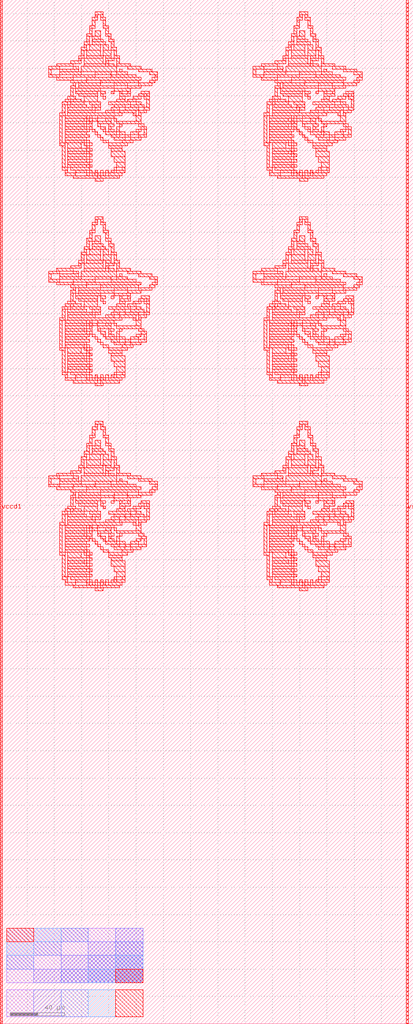
<source format=lef>
VERSION 5.7 ;
  NOWIREEXTENSIONATPIN ON ;
  DIVIDERCHAR "/" ;
  BUSBITCHARS "[]" ;
MACRO Art
  CLASS BLOCK ;
  FOREIGN Art ;
  ORIGIN -0.200 0.000 ;
  SIZE 302.920 BY 750.000 ;
  PIN vccd1
    DIRECTION INPUT ;
    USE POWER ;
    PORT
      LAYER met4 ;
        RECT 0.20000 0.00000 1.80000 750.00000 ;
    END
  END vccd1
  PIN vssd1
    DIRECTION INPUT ;
    USE GROUND ;
    PORT
      LAYER met4 ;
        RECT 298.20000 0.00000 299.80000 750.00000 ;
    END
  END vssd1
  OBS
      LAYER li1 ;
        RECT 5.000 30.000 105.000 70.000 ;
        RECT 5.000 5.000 25.000 25.000 ;
      LAYER met1 ;
        RECT 85.000 60.000 105.000 70.120 ;
        RECT 65.000 50.000 105.000 60.000 ;
        RECT 45.000 40.000 105.000 50.000 ;
        RECT 25.000 30.120 105.000 40.000 ;
        RECT 25.000 30.000 85.000 30.120 ;
        RECT 25.000 5.000 45.000 25.000 ;
      LAYER met2 ;
        RECT 45.000 60.000 65.000 70.000 ;
        RECT 25.000 50.000 45.000 60.000 ;
        RECT 85.000 50.000 105.000 60.000 ;
        RECT 5.000 40.000 25.000 50.000 ;
        RECT 65.000 40.000 105.000 50.000 ;
        RECT 45.000 30.000 105.000 40.000 ;
        RECT 45.000 5.000 65.000 25.000 ;
      LAYER met3 ;
        RECT 25.000 60.000 45.000 70.000 ;
        RECT 5.000 50.000 25.000 60.000 ;
        RECT 85.000 40.000 105.000 50.000 ;
        RECT 65.000 30.000 105.000 40.000 ;
        RECT 65.000 5.000 85.000 25.000 ;
      LAYER met4 ;
        RECT 0.200 0.000 1.800 750.000 ;
        RECT 69.830 739.290 75.830 741.290 ;
        RECT 69.830 737.290 71.830 739.290 ;
        RECT 67.830 735.290 71.830 737.290 ;
        RECT 73.830 737.290 75.830 739.290 ;
        RECT 219.830 739.290 225.830 741.290 ;
        RECT 219.830 737.290 221.830 739.290 ;
        RECT 73.830 735.290 77.830 737.290 ;
        RECT 67.830 731.290 69.830 735.290 ;
        RECT 65.830 729.290 69.830 731.290 ;
        RECT 75.830 731.290 77.830 735.290 ;
        RECT 217.830 735.290 221.830 737.290 ;
        RECT 223.830 737.290 225.830 739.290 ;
        RECT 223.830 735.290 227.830 737.290 ;
        RECT 217.830 731.290 219.830 735.290 ;
        RECT 75.830 729.290 79.830 731.290 ;
        RECT 65.830 725.290 67.830 729.290 ;
        RECT 63.830 723.290 67.830 725.290 ;
        RECT 69.830 723.290 73.830 727.290 ;
        RECT 77.830 725.290 79.830 729.290 ;
        RECT 215.830 729.290 219.830 731.290 ;
        RECT 225.830 731.290 227.830 735.290 ;
        RECT 225.830 729.290 229.830 731.290 ;
        RECT 215.830 725.290 217.830 729.290 ;
        RECT 77.830 723.290 81.830 725.290 ;
        RECT 63.830 719.290 65.830 723.290 ;
        RECT 61.830 717.290 65.830 719.290 ;
        RECT 67.830 721.290 73.830 723.290 ;
        RECT 79.830 721.290 81.830 723.290 ;
        RECT 213.830 723.290 217.830 725.290 ;
        RECT 219.830 723.290 223.830 727.290 ;
        RECT 227.830 725.290 229.830 729.290 ;
        RECT 227.830 723.290 231.830 725.290 ;
        RECT 67.830 719.290 75.830 721.290 ;
        RECT 79.830 719.290 83.830 721.290 ;
        RECT 213.830 719.290 215.830 723.290 ;
        RECT 67.830 717.290 77.830 719.290 ;
        RECT 61.830 715.290 63.830 717.290 ;
        RECT 59.830 713.290 63.830 715.290 ;
        RECT 65.830 713.290 73.830 717.290 ;
        RECT 59.830 709.290 61.830 713.290 ;
        RECT 57.830 707.290 61.830 709.290 ;
        RECT 63.830 709.290 73.830 713.290 ;
        RECT 75.830 713.290 79.830 717.290 ;
        RECT 81.830 715.290 83.830 719.290 ;
        RECT 211.830 717.290 215.830 719.290 ;
        RECT 217.830 721.290 223.830 723.290 ;
        RECT 229.830 721.290 231.830 723.290 ;
        RECT 217.830 719.290 225.830 721.290 ;
        RECT 229.830 719.290 233.830 721.290 ;
        RECT 217.830 717.290 227.830 719.290 ;
        RECT 211.830 715.290 213.830 717.290 ;
        RECT 81.830 713.290 85.830 715.290 ;
        RECT 75.830 709.290 81.830 713.290 ;
        RECT 63.830 707.290 75.830 709.290 ;
        RECT 57.830 705.290 59.830 707.290 ;
        RECT 51.830 703.290 59.830 705.290 ;
        RECT 61.830 703.290 75.830 707.290 ;
        RECT 77.830 707.290 81.830 709.290 ;
        RECT 83.830 709.290 85.830 713.290 ;
        RECT 209.830 713.290 213.830 715.290 ;
        RECT 215.830 713.290 223.830 717.290 ;
        RECT 209.830 709.290 211.830 713.290 ;
        RECT 83.830 707.290 87.830 709.290 ;
        RECT 77.830 705.290 83.830 707.290 ;
        RECT 77.830 703.290 79.830 705.290 ;
        RECT 85.830 703.290 87.830 707.290 ;
        RECT 207.830 707.290 211.830 709.290 ;
        RECT 213.830 709.290 223.830 713.290 ;
        RECT 225.830 713.290 229.830 717.290 ;
        RECT 231.830 715.290 233.830 719.290 ;
        RECT 231.830 713.290 235.830 715.290 ;
        RECT 225.830 709.290 231.830 713.290 ;
        RECT 213.830 707.290 225.830 709.290 ;
        RECT 207.830 705.290 209.830 707.290 ;
        RECT 201.830 703.290 209.830 705.290 ;
        RECT 211.830 703.290 225.830 707.290 ;
        RECT 227.830 707.290 231.830 709.290 ;
        RECT 233.830 709.290 235.830 713.290 ;
        RECT 233.830 707.290 237.830 709.290 ;
        RECT 227.830 705.290 233.830 707.290 ;
        RECT 227.830 703.290 229.830 705.290 ;
        RECT 235.830 703.290 237.830 707.290 ;
        RECT 41.830 701.290 53.830 703.290 ;
        RECT 61.830 701.290 77.830 703.290 ;
        RECT 79.830 701.290 83.830 703.290 ;
        RECT 85.830 701.290 95.830 703.290 ;
        RECT 191.830 701.290 203.830 703.290 ;
        RECT 211.830 701.290 227.830 703.290 ;
        RECT 229.830 701.290 233.830 703.290 ;
        RECT 235.830 701.290 245.830 703.290 ;
        RECT 35.830 699.290 43.830 701.290 ;
        RECT 53.830 699.290 57.830 701.290 ;
        RECT 35.830 695.290 37.830 699.290 ;
        RECT 43.830 697.290 57.830 699.290 ;
        RECT 59.830 697.290 85.830 701.290 ;
        RECT 93.830 699.290 103.830 701.290 ;
        RECT 185.830 699.290 193.830 701.290 ;
        RECT 203.830 699.290 207.830 701.290 ;
        RECT 87.830 697.290 89.830 699.290 ;
        RECT 101.830 697.290 111.830 699.290 ;
        RECT 43.830 695.290 59.830 697.290 ;
        RECT 69.830 695.290 81.830 697.290 ;
        RECT 85.830 695.290 93.830 697.290 ;
        RECT 109.830 695.290 115.830 697.290 ;
        RECT 35.830 693.290 43.830 695.290 ;
        RECT 53.830 693.290 69.830 695.290 ;
        RECT 81.830 693.290 99.830 695.290 ;
        RECT 113.830 693.290 115.830 695.290 ;
        RECT 185.830 695.290 187.830 699.290 ;
        RECT 193.830 697.290 207.830 699.290 ;
        RECT 209.830 697.290 235.830 701.290 ;
        RECT 243.830 699.290 253.830 701.290 ;
        RECT 237.830 697.290 239.830 699.290 ;
        RECT 251.830 697.290 261.830 699.290 ;
        RECT 193.830 695.290 209.830 697.290 ;
        RECT 219.830 695.290 231.830 697.290 ;
        RECT 235.830 695.290 243.830 697.290 ;
        RECT 259.830 695.290 265.830 697.290 ;
        RECT 185.830 693.290 193.830 695.290 ;
        RECT 203.830 693.290 219.830 695.290 ;
        RECT 231.830 693.290 249.830 695.290 ;
        RECT 263.830 693.290 265.830 695.290 ;
        RECT 41.830 691.290 53.830 693.290 ;
        RECT 63.830 691.290 103.830 693.290 ;
        RECT 111.830 691.290 115.830 693.290 ;
        RECT 191.830 691.290 203.830 693.290 ;
        RECT 213.830 691.290 253.830 693.290 ;
        RECT 261.830 691.290 265.830 693.290 ;
        RECT 51.830 689.290 63.830 691.290 ;
        RECT 73.830 689.290 101.830 691.290 ;
        RECT 109.830 689.290 113.830 691.290 ;
        RECT 201.830 689.290 213.830 691.290 ;
        RECT 223.830 689.290 251.830 691.290 ;
        RECT 259.830 689.290 263.830 691.290 ;
        RECT 53.830 687.290 55.830 689.290 ;
        RECT 51.830 685.290 55.830 687.290 ;
        RECT 57.830 687.290 73.830 689.290 ;
        RECT 83.830 687.290 93.830 689.290 ;
        RECT 101.830 687.290 111.830 689.290 ;
        RECT 203.830 687.290 205.830 689.290 ;
        RECT 57.830 685.290 83.830 687.290 ;
        RECT 93.830 685.290 103.830 687.290 ;
        RECT 201.830 685.290 205.830 687.290 ;
        RECT 207.830 687.290 223.830 689.290 ;
        RECT 233.830 687.290 243.830 689.290 ;
        RECT 251.830 687.290 261.830 689.290 ;
        RECT 207.830 685.290 233.830 687.290 ;
        RECT 243.830 685.290 253.830 687.290 ;
        RECT 51.830 679.290 53.830 685.290 ;
        RECT 55.830 683.290 73.830 685.290 ;
        RECT 83.830 683.290 95.830 685.290 ;
        RECT 55.830 681.290 71.830 683.290 ;
        RECT 57.830 679.290 71.830 681.290 ;
        RECT 73.830 681.290 77.830 683.290 ;
        RECT 81.830 681.290 83.830 683.290 ;
        RECT 87.830 681.290 89.830 683.290 ;
        RECT 93.830 681.290 95.830 683.290 ;
        RECT 103.830 681.290 109.830 683.290 ;
        RECT 73.830 679.290 75.830 681.290 ;
        RECT 87.830 679.290 95.830 681.290 ;
        RECT 101.830 679.290 105.830 681.290 ;
        RECT 107.830 679.290 109.830 681.290 ;
        RECT 201.830 679.290 203.830 685.290 ;
        RECT 205.830 683.290 223.830 685.290 ;
        RECT 233.830 683.290 245.830 685.290 ;
        RECT 205.830 681.290 221.830 683.290 ;
        RECT 207.830 679.290 221.830 681.290 ;
        RECT 223.830 681.290 227.830 683.290 ;
        RECT 231.830 681.290 233.830 683.290 ;
        RECT 237.830 681.290 239.830 683.290 ;
        RECT 243.830 681.290 245.830 683.290 ;
        RECT 253.830 681.290 259.830 683.290 ;
        RECT 223.830 679.290 225.830 681.290 ;
        RECT 237.830 679.290 245.830 681.290 ;
        RECT 251.830 679.290 255.830 681.290 ;
        RECT 257.830 679.290 259.830 681.290 ;
        RECT 49.830 677.290 55.830 679.290 ;
        RECT 47.830 675.290 51.830 677.290 ;
        RECT 53.830 675.290 59.830 677.290 ;
        RECT 61.830 675.290 71.830 679.290 ;
        RECT 75.830 677.290 77.830 679.290 ;
        RECT 87.830 677.290 91.830 679.290 ;
        RECT 97.830 677.290 103.830 679.290 ;
        RECT 105.830 677.290 109.830 679.290 ;
        RECT 199.830 677.290 205.830 679.290 ;
        RECT 85.830 675.290 91.830 677.290 ;
        RECT 93.830 675.290 99.830 677.290 ;
        RECT 45.830 673.290 49.830 675.290 ;
        RECT 51.830 673.290 61.830 675.290 ;
        RECT 65.830 673.290 73.830 675.290 ;
        RECT 79.830 673.290 95.830 675.290 ;
        RECT 99.830 673.290 103.830 675.290 ;
        RECT 45.830 667.290 47.830 673.290 ;
        RECT 43.830 665.290 47.830 667.290 ;
        RECT 49.830 671.290 63.830 673.290 ;
        RECT 67.830 671.290 73.830 673.290 ;
        RECT 83.830 671.290 91.830 673.290 ;
        RECT 95.830 671.290 105.830 673.290 ;
        RECT 107.830 671.290 109.830 677.290 ;
        RECT 197.830 675.290 201.830 677.290 ;
        RECT 203.830 675.290 209.830 677.290 ;
        RECT 211.830 675.290 221.830 679.290 ;
        RECT 225.830 677.290 227.830 679.290 ;
        RECT 237.830 677.290 241.830 679.290 ;
        RECT 247.830 677.290 253.830 679.290 ;
        RECT 255.830 677.290 259.830 679.290 ;
        RECT 235.830 675.290 241.830 677.290 ;
        RECT 243.830 675.290 249.830 677.290 ;
        RECT 49.830 669.290 67.830 671.290 ;
        RECT 69.830 669.290 73.830 671.290 ;
        RECT 81.830 669.290 87.830 671.290 ;
        RECT 91.830 669.290 101.830 671.290 ;
        RECT 105.830 669.290 109.830 671.290 ;
        RECT 195.830 673.290 199.830 675.290 ;
        RECT 201.830 673.290 211.830 675.290 ;
        RECT 215.830 673.290 223.830 675.290 ;
        RECT 229.830 673.290 245.830 675.290 ;
        RECT 249.830 673.290 253.830 675.290 ;
        RECT 49.830 667.290 69.830 669.290 ;
        RECT 77.830 667.290 83.830 669.290 ;
        RECT 87.830 667.290 99.830 669.290 ;
        RECT 49.830 665.290 89.830 667.290 ;
        RECT 97.830 665.290 99.830 667.290 ;
        RECT 101.830 667.290 107.830 669.290 ;
        RECT 195.830 667.290 197.830 673.290 ;
        RECT 101.830 665.290 103.830 667.290 ;
        RECT 43.830 645.290 45.830 665.290 ;
        RECT 47.830 663.290 63.830 665.290 ;
        RECT 65.830 663.290 67.830 665.290 ;
        RECT 71.830 663.290 83.830 665.290 ;
        RECT 47.830 661.290 61.830 663.290 ;
        RECT 63.830 661.290 65.830 663.290 ;
        RECT 67.830 661.290 71.830 663.290 ;
        RECT 77.830 661.290 81.830 663.290 ;
        RECT 83.830 661.290 85.830 663.290 ;
        RECT 99.830 661.290 103.830 665.290 ;
        RECT 47.830 659.290 63.830 661.290 ;
        RECT 65.830 659.290 67.830 661.290 ;
        RECT 47.830 657.290 61.830 659.290 ;
        RECT 63.830 657.290 67.830 659.290 ;
        RECT 71.830 659.290 81.830 661.290 ;
        RECT 85.830 659.290 103.830 661.290 ;
        RECT 193.830 665.290 197.830 667.290 ;
        RECT 199.830 671.290 213.830 673.290 ;
        RECT 217.830 671.290 223.830 673.290 ;
        RECT 233.830 671.290 241.830 673.290 ;
        RECT 245.830 671.290 255.830 673.290 ;
        RECT 257.830 671.290 259.830 677.290 ;
        RECT 199.830 669.290 217.830 671.290 ;
        RECT 219.830 669.290 223.830 671.290 ;
        RECT 231.830 669.290 237.830 671.290 ;
        RECT 241.830 669.290 251.830 671.290 ;
        RECT 255.830 669.290 259.830 671.290 ;
        RECT 199.830 667.290 219.830 669.290 ;
        RECT 227.830 667.290 233.830 669.290 ;
        RECT 237.830 667.290 249.830 669.290 ;
        RECT 199.830 665.290 239.830 667.290 ;
        RECT 247.830 665.290 249.830 667.290 ;
        RECT 251.830 667.290 257.830 669.290 ;
        RECT 251.830 665.290 253.830 667.290 ;
        RECT 71.830 657.290 73.830 659.290 ;
        RECT 79.830 657.290 83.830 659.290 ;
        RECT 87.830 657.290 89.830 659.290 ;
        RECT 101.830 657.290 105.830 659.290 ;
        RECT 47.830 655.290 63.830 657.290 ;
        RECT 65.830 655.290 67.830 657.290 ;
        RECT 73.830 655.290 77.830 657.290 ;
        RECT 47.830 653.290 65.830 655.290 ;
        RECT 67.830 653.290 69.830 655.290 ;
        RECT 75.830 653.290 77.830 655.290 ;
        RECT 79.830 655.290 81.830 657.290 ;
        RECT 79.830 653.290 83.830 655.290 ;
        RECT 85.830 653.290 87.830 657.290 ;
        RECT 103.830 655.290 107.830 657.290 ;
        RECT 99.830 653.290 103.830 655.290 ;
        RECT 47.830 651.290 63.830 653.290 ;
        RECT 69.830 651.290 71.830 653.290 ;
        RECT 77.830 651.290 85.830 653.290 ;
        RECT 87.830 651.290 91.830 653.290 ;
        RECT 95.830 651.290 101.830 653.290 ;
        RECT 105.830 651.290 107.830 655.290 ;
        RECT 47.830 649.290 65.830 651.290 ;
        RECT 71.830 649.290 73.830 651.290 ;
        RECT 81.830 649.290 87.830 651.290 ;
        RECT 91.830 649.290 95.830 651.290 ;
        RECT 101.830 649.290 107.830 651.290 ;
        RECT 47.830 647.290 63.830 649.290 ;
        RECT 73.830 647.290 75.830 649.290 ;
        RECT 83.830 647.290 91.830 649.290 ;
        RECT 95.830 647.290 103.830 649.290 ;
        RECT 47.830 645.290 61.830 647.290 ;
        RECT 63.830 645.290 65.830 647.290 ;
        RECT 75.830 645.290 79.830 647.290 ;
        RECT 89.830 645.290 97.830 647.290 ;
        RECT 193.830 645.290 195.830 665.290 ;
        RECT 197.830 663.290 213.830 665.290 ;
        RECT 215.830 663.290 217.830 665.290 ;
        RECT 221.830 663.290 233.830 665.290 ;
        RECT 197.830 661.290 211.830 663.290 ;
        RECT 213.830 661.290 215.830 663.290 ;
        RECT 217.830 661.290 221.830 663.290 ;
        RECT 227.830 661.290 231.830 663.290 ;
        RECT 233.830 661.290 235.830 663.290 ;
        RECT 249.830 661.290 253.830 665.290 ;
        RECT 197.830 659.290 213.830 661.290 ;
        RECT 215.830 659.290 217.830 661.290 ;
        RECT 197.830 657.290 211.830 659.290 ;
        RECT 213.830 657.290 217.830 659.290 ;
        RECT 221.830 659.290 231.830 661.290 ;
        RECT 235.830 659.290 253.830 661.290 ;
        RECT 221.830 657.290 223.830 659.290 ;
        RECT 229.830 657.290 233.830 659.290 ;
        RECT 237.830 657.290 239.830 659.290 ;
        RECT 251.830 657.290 255.830 659.290 ;
        RECT 197.830 655.290 213.830 657.290 ;
        RECT 215.830 655.290 217.830 657.290 ;
        RECT 223.830 655.290 227.830 657.290 ;
        RECT 197.830 653.290 215.830 655.290 ;
        RECT 217.830 653.290 219.830 655.290 ;
        RECT 225.830 653.290 227.830 655.290 ;
        RECT 229.830 655.290 231.830 657.290 ;
        RECT 229.830 653.290 233.830 655.290 ;
        RECT 235.830 653.290 237.830 657.290 ;
        RECT 253.830 655.290 257.830 657.290 ;
        RECT 249.830 653.290 253.830 655.290 ;
        RECT 197.830 651.290 213.830 653.290 ;
        RECT 219.830 651.290 221.830 653.290 ;
        RECT 227.830 651.290 235.830 653.290 ;
        RECT 237.830 651.290 241.830 653.290 ;
        RECT 245.830 651.290 251.830 653.290 ;
        RECT 255.830 651.290 257.830 655.290 ;
        RECT 197.830 649.290 215.830 651.290 ;
        RECT 221.830 649.290 223.830 651.290 ;
        RECT 231.830 649.290 237.830 651.290 ;
        RECT 241.830 649.290 245.830 651.290 ;
        RECT 251.830 649.290 257.830 651.290 ;
        RECT 197.830 647.290 213.830 649.290 ;
        RECT 223.830 647.290 225.830 649.290 ;
        RECT 233.830 647.290 241.830 649.290 ;
        RECT 245.830 647.290 253.830 649.290 ;
        RECT 197.830 645.290 211.830 647.290 ;
        RECT 213.830 645.290 215.830 647.290 ;
        RECT 225.830 645.290 229.830 647.290 ;
        RECT 239.830 645.290 247.830 647.290 ;
        RECT 43.830 643.290 47.830 645.290 ;
        RECT 45.830 627.290 47.830 643.290 ;
        RECT 49.830 641.290 59.830 645.290 ;
        RECT 61.830 643.290 63.830 645.290 ;
        RECT 65.830 643.290 67.830 645.290 ;
        RECT 79.830 643.290 93.830 645.290 ;
        RECT 193.830 643.290 197.830 645.290 ;
        RECT 63.830 641.290 65.830 643.290 ;
        RECT 79.830 641.290 89.830 643.290 ;
        RECT 49.830 639.290 63.830 641.290 ;
        RECT 65.830 639.290 67.830 641.290 ;
        RECT 81.830 639.290 89.830 641.290 ;
        RECT 49.830 637.290 61.830 639.290 ;
        RECT 63.830 637.290 65.830 639.290 ;
        RECT 49.830 635.290 63.830 637.290 ;
        RECT 65.830 635.290 67.830 637.290 ;
        RECT 81.830 635.290 91.830 639.290 ;
        RECT 49.830 633.290 65.830 635.290 ;
        RECT 49.830 631.290 63.830 633.290 ;
        RECT 65.830 631.290 67.830 633.290 ;
        RECT 83.830 631.290 91.830 635.290 ;
        RECT 49.830 629.290 65.830 631.290 ;
        RECT 49.830 627.290 63.830 629.290 ;
        RECT 65.830 627.290 67.830 629.290 ;
        RECT 85.830 627.290 91.830 631.290 ;
        RECT 45.830 625.290 49.830 627.290 ;
        RECT 51.830 625.290 65.830 627.290 ;
        RECT 83.830 625.290 85.830 627.290 ;
        RECT 89.830 625.290 91.830 627.290 ;
        RECT 195.830 627.290 197.830 643.290 ;
        RECT 199.830 641.290 209.830 645.290 ;
        RECT 211.830 643.290 213.830 645.290 ;
        RECT 215.830 643.290 217.830 645.290 ;
        RECT 229.830 643.290 243.830 645.290 ;
        RECT 213.830 641.290 215.830 643.290 ;
        RECT 229.830 641.290 239.830 643.290 ;
        RECT 199.830 639.290 213.830 641.290 ;
        RECT 215.830 639.290 217.830 641.290 ;
        RECT 231.830 639.290 239.830 641.290 ;
        RECT 199.830 637.290 211.830 639.290 ;
        RECT 213.830 637.290 215.830 639.290 ;
        RECT 199.830 635.290 213.830 637.290 ;
        RECT 215.830 635.290 217.830 637.290 ;
        RECT 231.830 635.290 241.830 639.290 ;
        RECT 199.830 633.290 215.830 635.290 ;
        RECT 199.830 631.290 213.830 633.290 ;
        RECT 215.830 631.290 217.830 633.290 ;
        RECT 233.830 631.290 241.830 635.290 ;
        RECT 199.830 629.290 215.830 631.290 ;
        RECT 199.830 627.290 213.830 629.290 ;
        RECT 215.830 627.290 217.830 629.290 ;
        RECT 235.830 627.290 241.830 631.290 ;
        RECT 195.830 625.290 199.830 627.290 ;
        RECT 201.830 625.290 215.830 627.290 ;
        RECT 233.830 625.290 235.830 627.290 ;
        RECT 239.830 625.290 241.830 627.290 ;
        RECT 47.830 623.290 49.830 625.290 ;
        RECT 55.830 623.290 63.830 625.290 ;
        RECT 65.830 623.290 67.830 625.290 ;
        RECT 69.830 623.290 71.830 625.290 ;
        RECT 73.830 623.290 75.830 625.290 ;
        RECT 77.830 623.290 79.830 625.290 ;
        RECT 81.830 623.290 83.830 625.290 ;
        RECT 85.830 623.290 91.830 625.290 ;
        RECT 197.830 623.290 199.830 625.290 ;
        RECT 205.830 623.290 213.830 625.290 ;
        RECT 215.830 623.290 217.830 625.290 ;
        RECT 219.830 623.290 221.830 625.290 ;
        RECT 223.830 623.290 225.830 625.290 ;
        RECT 227.830 623.290 229.830 625.290 ;
        RECT 231.830 623.290 233.830 625.290 ;
        RECT 235.830 623.290 241.830 625.290 ;
        RECT 47.830 621.290 55.830 623.290 ;
        RECT 63.830 621.290 65.830 623.290 ;
        RECT 67.830 621.290 69.830 623.290 ;
        RECT 71.830 621.290 73.830 623.290 ;
        RECT 75.830 621.290 77.830 623.290 ;
        RECT 79.830 621.290 89.830 623.290 ;
        RECT 197.830 621.290 205.830 623.290 ;
        RECT 213.830 621.290 215.830 623.290 ;
        RECT 217.830 621.290 219.830 623.290 ;
        RECT 221.830 621.290 223.830 623.290 ;
        RECT 225.830 621.290 227.830 623.290 ;
        RECT 229.830 621.290 239.830 623.290 ;
        RECT 53.830 619.290 71.830 621.290 ;
        RECT 73.830 619.290 87.830 621.290 ;
        RECT 203.830 619.290 221.830 621.290 ;
        RECT 223.830 619.290 237.830 621.290 ;
        RECT 69.830 617.290 75.830 619.290 ;
        RECT 219.830 617.290 225.830 619.290 ;
        RECT 69.830 589.290 75.830 591.290 ;
        RECT 69.830 587.290 71.830 589.290 ;
        RECT 67.830 585.290 71.830 587.290 ;
        RECT 73.830 587.290 75.830 589.290 ;
        RECT 219.830 589.290 225.830 591.290 ;
        RECT 219.830 587.290 221.830 589.290 ;
        RECT 73.830 585.290 77.830 587.290 ;
        RECT 67.830 581.290 69.830 585.290 ;
        RECT 65.830 579.290 69.830 581.290 ;
        RECT 75.830 581.290 77.830 585.290 ;
        RECT 217.830 585.290 221.830 587.290 ;
        RECT 223.830 587.290 225.830 589.290 ;
        RECT 223.830 585.290 227.830 587.290 ;
        RECT 217.830 581.290 219.830 585.290 ;
        RECT 75.830 579.290 79.830 581.290 ;
        RECT 65.830 575.290 67.830 579.290 ;
        RECT 63.830 573.290 67.830 575.290 ;
        RECT 69.830 573.290 73.830 577.290 ;
        RECT 77.830 575.290 79.830 579.290 ;
        RECT 215.830 579.290 219.830 581.290 ;
        RECT 225.830 581.290 227.830 585.290 ;
        RECT 225.830 579.290 229.830 581.290 ;
        RECT 215.830 575.290 217.830 579.290 ;
        RECT 77.830 573.290 81.830 575.290 ;
        RECT 63.830 569.290 65.830 573.290 ;
        RECT 61.830 567.290 65.830 569.290 ;
        RECT 67.830 571.290 73.830 573.290 ;
        RECT 79.830 571.290 81.830 573.290 ;
        RECT 213.830 573.290 217.830 575.290 ;
        RECT 219.830 573.290 223.830 577.290 ;
        RECT 227.830 575.290 229.830 579.290 ;
        RECT 227.830 573.290 231.830 575.290 ;
        RECT 67.830 569.290 75.830 571.290 ;
        RECT 79.830 569.290 83.830 571.290 ;
        RECT 213.830 569.290 215.830 573.290 ;
        RECT 67.830 567.290 77.830 569.290 ;
        RECT 61.830 565.290 63.830 567.290 ;
        RECT 59.830 563.290 63.830 565.290 ;
        RECT 65.830 563.290 73.830 567.290 ;
        RECT 59.830 559.290 61.830 563.290 ;
        RECT 57.830 557.290 61.830 559.290 ;
        RECT 63.830 559.290 73.830 563.290 ;
        RECT 75.830 563.290 79.830 567.290 ;
        RECT 81.830 565.290 83.830 569.290 ;
        RECT 211.830 567.290 215.830 569.290 ;
        RECT 217.830 571.290 223.830 573.290 ;
        RECT 229.830 571.290 231.830 573.290 ;
        RECT 217.830 569.290 225.830 571.290 ;
        RECT 229.830 569.290 233.830 571.290 ;
        RECT 217.830 567.290 227.830 569.290 ;
        RECT 211.830 565.290 213.830 567.290 ;
        RECT 81.830 563.290 85.830 565.290 ;
        RECT 75.830 559.290 81.830 563.290 ;
        RECT 63.830 557.290 75.830 559.290 ;
        RECT 57.830 555.290 59.830 557.290 ;
        RECT 51.830 553.290 59.830 555.290 ;
        RECT 61.830 553.290 75.830 557.290 ;
        RECT 77.830 557.290 81.830 559.290 ;
        RECT 83.830 559.290 85.830 563.290 ;
        RECT 209.830 563.290 213.830 565.290 ;
        RECT 215.830 563.290 223.830 567.290 ;
        RECT 209.830 559.290 211.830 563.290 ;
        RECT 83.830 557.290 87.830 559.290 ;
        RECT 77.830 555.290 83.830 557.290 ;
        RECT 77.830 553.290 79.830 555.290 ;
        RECT 85.830 553.290 87.830 557.290 ;
        RECT 207.830 557.290 211.830 559.290 ;
        RECT 213.830 559.290 223.830 563.290 ;
        RECT 225.830 563.290 229.830 567.290 ;
        RECT 231.830 565.290 233.830 569.290 ;
        RECT 231.830 563.290 235.830 565.290 ;
        RECT 225.830 559.290 231.830 563.290 ;
        RECT 213.830 557.290 225.830 559.290 ;
        RECT 207.830 555.290 209.830 557.290 ;
        RECT 201.830 553.290 209.830 555.290 ;
        RECT 211.830 553.290 225.830 557.290 ;
        RECT 227.830 557.290 231.830 559.290 ;
        RECT 233.830 559.290 235.830 563.290 ;
        RECT 233.830 557.290 237.830 559.290 ;
        RECT 227.830 555.290 233.830 557.290 ;
        RECT 227.830 553.290 229.830 555.290 ;
        RECT 235.830 553.290 237.830 557.290 ;
        RECT 41.830 551.290 53.830 553.290 ;
        RECT 61.830 551.290 77.830 553.290 ;
        RECT 79.830 551.290 83.830 553.290 ;
        RECT 85.830 551.290 95.830 553.290 ;
        RECT 191.830 551.290 203.830 553.290 ;
        RECT 211.830 551.290 227.830 553.290 ;
        RECT 229.830 551.290 233.830 553.290 ;
        RECT 235.830 551.290 245.830 553.290 ;
        RECT 35.830 549.290 43.830 551.290 ;
        RECT 53.830 549.290 57.830 551.290 ;
        RECT 35.830 545.290 37.830 549.290 ;
        RECT 43.830 547.290 57.830 549.290 ;
        RECT 59.830 547.290 85.830 551.290 ;
        RECT 93.830 549.290 103.830 551.290 ;
        RECT 185.830 549.290 193.830 551.290 ;
        RECT 203.830 549.290 207.830 551.290 ;
        RECT 87.830 547.290 89.830 549.290 ;
        RECT 101.830 547.290 111.830 549.290 ;
        RECT 43.830 545.290 59.830 547.290 ;
        RECT 69.830 545.290 81.830 547.290 ;
        RECT 85.830 545.290 93.830 547.290 ;
        RECT 109.830 545.290 115.830 547.290 ;
        RECT 35.830 543.290 43.830 545.290 ;
        RECT 53.830 543.290 69.830 545.290 ;
        RECT 81.830 543.290 99.830 545.290 ;
        RECT 113.830 543.290 115.830 545.290 ;
        RECT 185.830 545.290 187.830 549.290 ;
        RECT 193.830 547.290 207.830 549.290 ;
        RECT 209.830 547.290 235.830 551.290 ;
        RECT 243.830 549.290 253.830 551.290 ;
        RECT 237.830 547.290 239.830 549.290 ;
        RECT 251.830 547.290 261.830 549.290 ;
        RECT 193.830 545.290 209.830 547.290 ;
        RECT 219.830 545.290 231.830 547.290 ;
        RECT 235.830 545.290 243.830 547.290 ;
        RECT 259.830 545.290 265.830 547.290 ;
        RECT 185.830 543.290 193.830 545.290 ;
        RECT 203.830 543.290 219.830 545.290 ;
        RECT 231.830 543.290 249.830 545.290 ;
        RECT 263.830 543.290 265.830 545.290 ;
        RECT 41.830 541.290 53.830 543.290 ;
        RECT 63.830 541.290 103.830 543.290 ;
        RECT 111.830 541.290 115.830 543.290 ;
        RECT 191.830 541.290 203.830 543.290 ;
        RECT 213.830 541.290 253.830 543.290 ;
        RECT 261.830 541.290 265.830 543.290 ;
        RECT 51.830 539.290 63.830 541.290 ;
        RECT 73.830 539.290 101.830 541.290 ;
        RECT 109.830 539.290 113.830 541.290 ;
        RECT 201.830 539.290 213.830 541.290 ;
        RECT 223.830 539.290 251.830 541.290 ;
        RECT 259.830 539.290 263.830 541.290 ;
        RECT 53.830 537.290 55.830 539.290 ;
        RECT 51.830 535.290 55.830 537.290 ;
        RECT 57.830 537.290 73.830 539.290 ;
        RECT 83.830 537.290 93.830 539.290 ;
        RECT 101.830 537.290 111.830 539.290 ;
        RECT 203.830 537.290 205.830 539.290 ;
        RECT 57.830 535.290 83.830 537.290 ;
        RECT 93.830 535.290 103.830 537.290 ;
        RECT 201.830 535.290 205.830 537.290 ;
        RECT 207.830 537.290 223.830 539.290 ;
        RECT 233.830 537.290 243.830 539.290 ;
        RECT 251.830 537.290 261.830 539.290 ;
        RECT 207.830 535.290 233.830 537.290 ;
        RECT 243.830 535.290 253.830 537.290 ;
        RECT 51.830 529.290 53.830 535.290 ;
        RECT 55.830 533.290 73.830 535.290 ;
        RECT 83.830 533.290 95.830 535.290 ;
        RECT 55.830 531.290 71.830 533.290 ;
        RECT 57.830 529.290 71.830 531.290 ;
        RECT 73.830 531.290 77.830 533.290 ;
        RECT 81.830 531.290 83.830 533.290 ;
        RECT 87.830 531.290 89.830 533.290 ;
        RECT 93.830 531.290 95.830 533.290 ;
        RECT 103.830 531.290 109.830 533.290 ;
        RECT 73.830 529.290 75.830 531.290 ;
        RECT 87.830 529.290 95.830 531.290 ;
        RECT 101.830 529.290 105.830 531.290 ;
        RECT 107.830 529.290 109.830 531.290 ;
        RECT 201.830 529.290 203.830 535.290 ;
        RECT 205.830 533.290 223.830 535.290 ;
        RECT 233.830 533.290 245.830 535.290 ;
        RECT 205.830 531.290 221.830 533.290 ;
        RECT 207.830 529.290 221.830 531.290 ;
        RECT 223.830 531.290 227.830 533.290 ;
        RECT 231.830 531.290 233.830 533.290 ;
        RECT 237.830 531.290 239.830 533.290 ;
        RECT 243.830 531.290 245.830 533.290 ;
        RECT 253.830 531.290 259.830 533.290 ;
        RECT 223.830 529.290 225.830 531.290 ;
        RECT 237.830 529.290 245.830 531.290 ;
        RECT 251.830 529.290 255.830 531.290 ;
        RECT 257.830 529.290 259.830 531.290 ;
        RECT 49.830 527.290 55.830 529.290 ;
        RECT 47.830 525.290 51.830 527.290 ;
        RECT 53.830 525.290 59.830 527.290 ;
        RECT 61.830 525.290 71.830 529.290 ;
        RECT 75.830 527.290 77.830 529.290 ;
        RECT 87.830 527.290 91.830 529.290 ;
        RECT 97.830 527.290 103.830 529.290 ;
        RECT 105.830 527.290 109.830 529.290 ;
        RECT 199.830 527.290 205.830 529.290 ;
        RECT 85.830 525.290 91.830 527.290 ;
        RECT 93.830 525.290 99.830 527.290 ;
        RECT 45.830 523.290 49.830 525.290 ;
        RECT 51.830 523.290 61.830 525.290 ;
        RECT 65.830 523.290 73.830 525.290 ;
        RECT 79.830 523.290 95.830 525.290 ;
        RECT 99.830 523.290 103.830 525.290 ;
        RECT 45.830 517.290 47.830 523.290 ;
        RECT 43.830 515.290 47.830 517.290 ;
        RECT 49.830 521.290 63.830 523.290 ;
        RECT 67.830 521.290 73.830 523.290 ;
        RECT 83.830 521.290 91.830 523.290 ;
        RECT 95.830 521.290 105.830 523.290 ;
        RECT 107.830 521.290 109.830 527.290 ;
        RECT 197.830 525.290 201.830 527.290 ;
        RECT 203.830 525.290 209.830 527.290 ;
        RECT 211.830 525.290 221.830 529.290 ;
        RECT 225.830 527.290 227.830 529.290 ;
        RECT 237.830 527.290 241.830 529.290 ;
        RECT 247.830 527.290 253.830 529.290 ;
        RECT 255.830 527.290 259.830 529.290 ;
        RECT 235.830 525.290 241.830 527.290 ;
        RECT 243.830 525.290 249.830 527.290 ;
        RECT 49.830 519.290 67.830 521.290 ;
        RECT 69.830 519.290 73.830 521.290 ;
        RECT 81.830 519.290 87.830 521.290 ;
        RECT 91.830 519.290 101.830 521.290 ;
        RECT 105.830 519.290 109.830 521.290 ;
        RECT 195.830 523.290 199.830 525.290 ;
        RECT 201.830 523.290 211.830 525.290 ;
        RECT 215.830 523.290 223.830 525.290 ;
        RECT 229.830 523.290 245.830 525.290 ;
        RECT 249.830 523.290 253.830 525.290 ;
        RECT 49.830 517.290 69.830 519.290 ;
        RECT 77.830 517.290 83.830 519.290 ;
        RECT 87.830 517.290 99.830 519.290 ;
        RECT 49.830 515.290 89.830 517.290 ;
        RECT 97.830 515.290 99.830 517.290 ;
        RECT 101.830 517.290 107.830 519.290 ;
        RECT 195.830 517.290 197.830 523.290 ;
        RECT 101.830 515.290 103.830 517.290 ;
        RECT 43.830 495.290 45.830 515.290 ;
        RECT 47.830 513.290 63.830 515.290 ;
        RECT 65.830 513.290 67.830 515.290 ;
        RECT 71.830 513.290 83.830 515.290 ;
        RECT 47.830 511.290 61.830 513.290 ;
        RECT 63.830 511.290 65.830 513.290 ;
        RECT 67.830 511.290 71.830 513.290 ;
        RECT 77.830 511.290 81.830 513.290 ;
        RECT 83.830 511.290 85.830 513.290 ;
        RECT 99.830 511.290 103.830 515.290 ;
        RECT 47.830 509.290 63.830 511.290 ;
        RECT 65.830 509.290 67.830 511.290 ;
        RECT 47.830 507.290 61.830 509.290 ;
        RECT 63.830 507.290 67.830 509.290 ;
        RECT 71.830 509.290 81.830 511.290 ;
        RECT 85.830 509.290 103.830 511.290 ;
        RECT 193.830 515.290 197.830 517.290 ;
        RECT 199.830 521.290 213.830 523.290 ;
        RECT 217.830 521.290 223.830 523.290 ;
        RECT 233.830 521.290 241.830 523.290 ;
        RECT 245.830 521.290 255.830 523.290 ;
        RECT 257.830 521.290 259.830 527.290 ;
        RECT 199.830 519.290 217.830 521.290 ;
        RECT 219.830 519.290 223.830 521.290 ;
        RECT 231.830 519.290 237.830 521.290 ;
        RECT 241.830 519.290 251.830 521.290 ;
        RECT 255.830 519.290 259.830 521.290 ;
        RECT 199.830 517.290 219.830 519.290 ;
        RECT 227.830 517.290 233.830 519.290 ;
        RECT 237.830 517.290 249.830 519.290 ;
        RECT 199.830 515.290 239.830 517.290 ;
        RECT 247.830 515.290 249.830 517.290 ;
        RECT 251.830 517.290 257.830 519.290 ;
        RECT 251.830 515.290 253.830 517.290 ;
        RECT 71.830 507.290 73.830 509.290 ;
        RECT 79.830 507.290 83.830 509.290 ;
        RECT 87.830 507.290 89.830 509.290 ;
        RECT 101.830 507.290 105.830 509.290 ;
        RECT 47.830 505.290 63.830 507.290 ;
        RECT 65.830 505.290 67.830 507.290 ;
        RECT 73.830 505.290 77.830 507.290 ;
        RECT 47.830 503.290 65.830 505.290 ;
        RECT 67.830 503.290 69.830 505.290 ;
        RECT 75.830 503.290 77.830 505.290 ;
        RECT 79.830 505.290 81.830 507.290 ;
        RECT 79.830 503.290 83.830 505.290 ;
        RECT 85.830 503.290 87.830 507.290 ;
        RECT 103.830 505.290 107.830 507.290 ;
        RECT 99.830 503.290 103.830 505.290 ;
        RECT 47.830 501.290 63.830 503.290 ;
        RECT 69.830 501.290 71.830 503.290 ;
        RECT 77.830 501.290 85.830 503.290 ;
        RECT 87.830 501.290 91.830 503.290 ;
        RECT 95.830 501.290 101.830 503.290 ;
        RECT 105.830 501.290 107.830 505.290 ;
        RECT 47.830 499.290 65.830 501.290 ;
        RECT 71.830 499.290 73.830 501.290 ;
        RECT 81.830 499.290 87.830 501.290 ;
        RECT 91.830 499.290 95.830 501.290 ;
        RECT 101.830 499.290 107.830 501.290 ;
        RECT 47.830 497.290 63.830 499.290 ;
        RECT 73.830 497.290 75.830 499.290 ;
        RECT 83.830 497.290 91.830 499.290 ;
        RECT 95.830 497.290 103.830 499.290 ;
        RECT 47.830 495.290 61.830 497.290 ;
        RECT 63.830 495.290 65.830 497.290 ;
        RECT 75.830 495.290 79.830 497.290 ;
        RECT 89.830 495.290 97.830 497.290 ;
        RECT 193.830 495.290 195.830 515.290 ;
        RECT 197.830 513.290 213.830 515.290 ;
        RECT 215.830 513.290 217.830 515.290 ;
        RECT 221.830 513.290 233.830 515.290 ;
        RECT 197.830 511.290 211.830 513.290 ;
        RECT 213.830 511.290 215.830 513.290 ;
        RECT 217.830 511.290 221.830 513.290 ;
        RECT 227.830 511.290 231.830 513.290 ;
        RECT 233.830 511.290 235.830 513.290 ;
        RECT 249.830 511.290 253.830 515.290 ;
        RECT 197.830 509.290 213.830 511.290 ;
        RECT 215.830 509.290 217.830 511.290 ;
        RECT 197.830 507.290 211.830 509.290 ;
        RECT 213.830 507.290 217.830 509.290 ;
        RECT 221.830 509.290 231.830 511.290 ;
        RECT 235.830 509.290 253.830 511.290 ;
        RECT 221.830 507.290 223.830 509.290 ;
        RECT 229.830 507.290 233.830 509.290 ;
        RECT 237.830 507.290 239.830 509.290 ;
        RECT 251.830 507.290 255.830 509.290 ;
        RECT 197.830 505.290 213.830 507.290 ;
        RECT 215.830 505.290 217.830 507.290 ;
        RECT 223.830 505.290 227.830 507.290 ;
        RECT 197.830 503.290 215.830 505.290 ;
        RECT 217.830 503.290 219.830 505.290 ;
        RECT 225.830 503.290 227.830 505.290 ;
        RECT 229.830 505.290 231.830 507.290 ;
        RECT 229.830 503.290 233.830 505.290 ;
        RECT 235.830 503.290 237.830 507.290 ;
        RECT 253.830 505.290 257.830 507.290 ;
        RECT 249.830 503.290 253.830 505.290 ;
        RECT 197.830 501.290 213.830 503.290 ;
        RECT 219.830 501.290 221.830 503.290 ;
        RECT 227.830 501.290 235.830 503.290 ;
        RECT 237.830 501.290 241.830 503.290 ;
        RECT 245.830 501.290 251.830 503.290 ;
        RECT 255.830 501.290 257.830 505.290 ;
        RECT 197.830 499.290 215.830 501.290 ;
        RECT 221.830 499.290 223.830 501.290 ;
        RECT 231.830 499.290 237.830 501.290 ;
        RECT 241.830 499.290 245.830 501.290 ;
        RECT 251.830 499.290 257.830 501.290 ;
        RECT 197.830 497.290 213.830 499.290 ;
        RECT 223.830 497.290 225.830 499.290 ;
        RECT 233.830 497.290 241.830 499.290 ;
        RECT 245.830 497.290 253.830 499.290 ;
        RECT 197.830 495.290 211.830 497.290 ;
        RECT 213.830 495.290 215.830 497.290 ;
        RECT 225.830 495.290 229.830 497.290 ;
        RECT 239.830 495.290 247.830 497.290 ;
        RECT 43.830 493.290 47.830 495.290 ;
        RECT 45.830 477.290 47.830 493.290 ;
        RECT 49.830 491.290 59.830 495.290 ;
        RECT 61.830 493.290 63.830 495.290 ;
        RECT 65.830 493.290 67.830 495.290 ;
        RECT 79.830 493.290 93.830 495.290 ;
        RECT 193.830 493.290 197.830 495.290 ;
        RECT 63.830 491.290 65.830 493.290 ;
        RECT 79.830 491.290 89.830 493.290 ;
        RECT 49.830 489.290 63.830 491.290 ;
        RECT 65.830 489.290 67.830 491.290 ;
        RECT 81.830 489.290 89.830 491.290 ;
        RECT 49.830 487.290 61.830 489.290 ;
        RECT 63.830 487.290 65.830 489.290 ;
        RECT 49.830 485.290 63.830 487.290 ;
        RECT 65.830 485.290 67.830 487.290 ;
        RECT 81.830 485.290 91.830 489.290 ;
        RECT 49.830 483.290 65.830 485.290 ;
        RECT 49.830 481.290 63.830 483.290 ;
        RECT 65.830 481.290 67.830 483.290 ;
        RECT 83.830 481.290 91.830 485.290 ;
        RECT 49.830 479.290 65.830 481.290 ;
        RECT 49.830 477.290 63.830 479.290 ;
        RECT 65.830 477.290 67.830 479.290 ;
        RECT 85.830 477.290 91.830 481.290 ;
        RECT 45.830 475.290 49.830 477.290 ;
        RECT 51.830 475.290 65.830 477.290 ;
        RECT 83.830 475.290 85.830 477.290 ;
        RECT 89.830 475.290 91.830 477.290 ;
        RECT 195.830 477.290 197.830 493.290 ;
        RECT 199.830 491.290 209.830 495.290 ;
        RECT 211.830 493.290 213.830 495.290 ;
        RECT 215.830 493.290 217.830 495.290 ;
        RECT 229.830 493.290 243.830 495.290 ;
        RECT 213.830 491.290 215.830 493.290 ;
        RECT 229.830 491.290 239.830 493.290 ;
        RECT 199.830 489.290 213.830 491.290 ;
        RECT 215.830 489.290 217.830 491.290 ;
        RECT 231.830 489.290 239.830 491.290 ;
        RECT 199.830 487.290 211.830 489.290 ;
        RECT 213.830 487.290 215.830 489.290 ;
        RECT 199.830 485.290 213.830 487.290 ;
        RECT 215.830 485.290 217.830 487.290 ;
        RECT 231.830 485.290 241.830 489.290 ;
        RECT 199.830 483.290 215.830 485.290 ;
        RECT 199.830 481.290 213.830 483.290 ;
        RECT 215.830 481.290 217.830 483.290 ;
        RECT 233.830 481.290 241.830 485.290 ;
        RECT 199.830 479.290 215.830 481.290 ;
        RECT 199.830 477.290 213.830 479.290 ;
        RECT 215.830 477.290 217.830 479.290 ;
        RECT 235.830 477.290 241.830 481.290 ;
        RECT 195.830 475.290 199.830 477.290 ;
        RECT 201.830 475.290 215.830 477.290 ;
        RECT 233.830 475.290 235.830 477.290 ;
        RECT 239.830 475.290 241.830 477.290 ;
        RECT 47.830 473.290 49.830 475.290 ;
        RECT 55.830 473.290 63.830 475.290 ;
        RECT 65.830 473.290 67.830 475.290 ;
        RECT 69.830 473.290 71.830 475.290 ;
        RECT 73.830 473.290 75.830 475.290 ;
        RECT 77.830 473.290 79.830 475.290 ;
        RECT 81.830 473.290 83.830 475.290 ;
        RECT 85.830 473.290 91.830 475.290 ;
        RECT 197.830 473.290 199.830 475.290 ;
        RECT 205.830 473.290 213.830 475.290 ;
        RECT 215.830 473.290 217.830 475.290 ;
        RECT 219.830 473.290 221.830 475.290 ;
        RECT 223.830 473.290 225.830 475.290 ;
        RECT 227.830 473.290 229.830 475.290 ;
        RECT 231.830 473.290 233.830 475.290 ;
        RECT 235.830 473.290 241.830 475.290 ;
        RECT 47.830 471.290 55.830 473.290 ;
        RECT 63.830 471.290 65.830 473.290 ;
        RECT 67.830 471.290 69.830 473.290 ;
        RECT 71.830 471.290 73.830 473.290 ;
        RECT 75.830 471.290 77.830 473.290 ;
        RECT 79.830 471.290 89.830 473.290 ;
        RECT 197.830 471.290 205.830 473.290 ;
        RECT 213.830 471.290 215.830 473.290 ;
        RECT 217.830 471.290 219.830 473.290 ;
        RECT 221.830 471.290 223.830 473.290 ;
        RECT 225.830 471.290 227.830 473.290 ;
        RECT 229.830 471.290 239.830 473.290 ;
        RECT 53.830 469.290 71.830 471.290 ;
        RECT 73.830 469.290 87.830 471.290 ;
        RECT 203.830 469.290 221.830 471.290 ;
        RECT 223.830 469.290 237.830 471.290 ;
        RECT 69.830 467.290 75.830 469.290 ;
        RECT 219.830 467.290 225.830 469.290 ;
        RECT 69.830 439.290 75.830 441.290 ;
        RECT 69.830 437.290 71.830 439.290 ;
        RECT 67.830 435.290 71.830 437.290 ;
        RECT 73.830 437.290 75.830 439.290 ;
        RECT 219.830 439.290 225.830 441.290 ;
        RECT 219.830 437.290 221.830 439.290 ;
        RECT 73.830 435.290 77.830 437.290 ;
        RECT 67.830 431.290 69.830 435.290 ;
        RECT 65.830 429.290 69.830 431.290 ;
        RECT 75.830 431.290 77.830 435.290 ;
        RECT 217.830 435.290 221.830 437.290 ;
        RECT 223.830 437.290 225.830 439.290 ;
        RECT 223.830 435.290 227.830 437.290 ;
        RECT 217.830 431.290 219.830 435.290 ;
        RECT 75.830 429.290 79.830 431.290 ;
        RECT 65.830 425.290 67.830 429.290 ;
        RECT 63.830 423.290 67.830 425.290 ;
        RECT 69.830 423.290 73.830 427.290 ;
        RECT 77.830 425.290 79.830 429.290 ;
        RECT 215.830 429.290 219.830 431.290 ;
        RECT 225.830 431.290 227.830 435.290 ;
        RECT 225.830 429.290 229.830 431.290 ;
        RECT 215.830 425.290 217.830 429.290 ;
        RECT 77.830 423.290 81.830 425.290 ;
        RECT 63.830 419.290 65.830 423.290 ;
        RECT 61.830 417.290 65.830 419.290 ;
        RECT 67.830 421.290 73.830 423.290 ;
        RECT 79.830 421.290 81.830 423.290 ;
        RECT 213.830 423.290 217.830 425.290 ;
        RECT 219.830 423.290 223.830 427.290 ;
        RECT 227.830 425.290 229.830 429.290 ;
        RECT 227.830 423.290 231.830 425.290 ;
        RECT 67.830 419.290 75.830 421.290 ;
        RECT 79.830 419.290 83.830 421.290 ;
        RECT 213.830 419.290 215.830 423.290 ;
        RECT 67.830 417.290 77.830 419.290 ;
        RECT 61.830 415.290 63.830 417.290 ;
        RECT 59.830 413.290 63.830 415.290 ;
        RECT 65.830 413.290 73.830 417.290 ;
        RECT 59.830 409.290 61.830 413.290 ;
        RECT 57.830 407.290 61.830 409.290 ;
        RECT 63.830 409.290 73.830 413.290 ;
        RECT 75.830 413.290 79.830 417.290 ;
        RECT 81.830 415.290 83.830 419.290 ;
        RECT 211.830 417.290 215.830 419.290 ;
        RECT 217.830 421.290 223.830 423.290 ;
        RECT 229.830 421.290 231.830 423.290 ;
        RECT 217.830 419.290 225.830 421.290 ;
        RECT 229.830 419.290 233.830 421.290 ;
        RECT 217.830 417.290 227.830 419.290 ;
        RECT 211.830 415.290 213.830 417.290 ;
        RECT 81.830 413.290 85.830 415.290 ;
        RECT 75.830 409.290 81.830 413.290 ;
        RECT 63.830 407.290 75.830 409.290 ;
        RECT 57.830 405.290 59.830 407.290 ;
        RECT 51.830 403.290 59.830 405.290 ;
        RECT 61.830 403.290 75.830 407.290 ;
        RECT 77.830 407.290 81.830 409.290 ;
        RECT 83.830 409.290 85.830 413.290 ;
        RECT 209.830 413.290 213.830 415.290 ;
        RECT 215.830 413.290 223.830 417.290 ;
        RECT 209.830 409.290 211.830 413.290 ;
        RECT 83.830 407.290 87.830 409.290 ;
        RECT 77.830 405.290 83.830 407.290 ;
        RECT 77.830 403.290 79.830 405.290 ;
        RECT 85.830 403.290 87.830 407.290 ;
        RECT 207.830 407.290 211.830 409.290 ;
        RECT 213.830 409.290 223.830 413.290 ;
        RECT 225.830 413.290 229.830 417.290 ;
        RECT 231.830 415.290 233.830 419.290 ;
        RECT 231.830 413.290 235.830 415.290 ;
        RECT 225.830 409.290 231.830 413.290 ;
        RECT 213.830 407.290 225.830 409.290 ;
        RECT 207.830 405.290 209.830 407.290 ;
        RECT 201.830 403.290 209.830 405.290 ;
        RECT 211.830 403.290 225.830 407.290 ;
        RECT 227.830 407.290 231.830 409.290 ;
        RECT 233.830 409.290 235.830 413.290 ;
        RECT 233.830 407.290 237.830 409.290 ;
        RECT 227.830 405.290 233.830 407.290 ;
        RECT 227.830 403.290 229.830 405.290 ;
        RECT 235.830 403.290 237.830 407.290 ;
        RECT 41.830 401.290 53.830 403.290 ;
        RECT 61.830 401.290 77.830 403.290 ;
        RECT 79.830 401.290 83.830 403.290 ;
        RECT 85.830 401.290 95.830 403.290 ;
        RECT 191.830 401.290 203.830 403.290 ;
        RECT 211.830 401.290 227.830 403.290 ;
        RECT 229.830 401.290 233.830 403.290 ;
        RECT 235.830 401.290 245.830 403.290 ;
        RECT 35.830 399.290 43.830 401.290 ;
        RECT 53.830 399.290 57.830 401.290 ;
        RECT 35.830 395.290 37.830 399.290 ;
        RECT 43.830 397.290 57.830 399.290 ;
        RECT 59.830 397.290 85.830 401.290 ;
        RECT 93.830 399.290 103.830 401.290 ;
        RECT 185.830 399.290 193.830 401.290 ;
        RECT 203.830 399.290 207.830 401.290 ;
        RECT 87.830 397.290 89.830 399.290 ;
        RECT 101.830 397.290 111.830 399.290 ;
        RECT 43.830 395.290 59.830 397.290 ;
        RECT 69.830 395.290 81.830 397.290 ;
        RECT 85.830 395.290 93.830 397.290 ;
        RECT 109.830 395.290 115.830 397.290 ;
        RECT 35.830 393.290 43.830 395.290 ;
        RECT 53.830 393.290 69.830 395.290 ;
        RECT 81.830 393.290 99.830 395.290 ;
        RECT 113.830 393.290 115.830 395.290 ;
        RECT 185.830 395.290 187.830 399.290 ;
        RECT 193.830 397.290 207.830 399.290 ;
        RECT 209.830 397.290 235.830 401.290 ;
        RECT 243.830 399.290 253.830 401.290 ;
        RECT 237.830 397.290 239.830 399.290 ;
        RECT 251.830 397.290 261.830 399.290 ;
        RECT 193.830 395.290 209.830 397.290 ;
        RECT 219.830 395.290 231.830 397.290 ;
        RECT 235.830 395.290 243.830 397.290 ;
        RECT 259.830 395.290 265.830 397.290 ;
        RECT 185.830 393.290 193.830 395.290 ;
        RECT 203.830 393.290 219.830 395.290 ;
        RECT 231.830 393.290 249.830 395.290 ;
        RECT 263.830 393.290 265.830 395.290 ;
        RECT 41.830 391.290 53.830 393.290 ;
        RECT 63.830 391.290 103.830 393.290 ;
        RECT 111.830 391.290 115.830 393.290 ;
        RECT 191.830 391.290 203.830 393.290 ;
        RECT 213.830 391.290 253.830 393.290 ;
        RECT 261.830 391.290 265.830 393.290 ;
        RECT 51.830 389.290 63.830 391.290 ;
        RECT 73.830 389.290 101.830 391.290 ;
        RECT 109.830 389.290 113.830 391.290 ;
        RECT 201.830 389.290 213.830 391.290 ;
        RECT 223.830 389.290 251.830 391.290 ;
        RECT 259.830 389.290 263.830 391.290 ;
        RECT 53.830 387.290 55.830 389.290 ;
        RECT 51.830 385.290 55.830 387.290 ;
        RECT 57.830 387.290 73.830 389.290 ;
        RECT 83.830 387.290 93.830 389.290 ;
        RECT 101.830 387.290 111.830 389.290 ;
        RECT 203.830 387.290 205.830 389.290 ;
        RECT 57.830 385.290 83.830 387.290 ;
        RECT 93.830 385.290 103.830 387.290 ;
        RECT 201.830 385.290 205.830 387.290 ;
        RECT 207.830 387.290 223.830 389.290 ;
        RECT 233.830 387.290 243.830 389.290 ;
        RECT 251.830 387.290 261.830 389.290 ;
        RECT 207.830 385.290 233.830 387.290 ;
        RECT 243.830 385.290 253.830 387.290 ;
        RECT 51.830 379.290 53.830 385.290 ;
        RECT 55.830 383.290 73.830 385.290 ;
        RECT 83.830 383.290 95.830 385.290 ;
        RECT 55.830 381.290 71.830 383.290 ;
        RECT 57.830 379.290 71.830 381.290 ;
        RECT 73.830 381.290 77.830 383.290 ;
        RECT 81.830 381.290 83.830 383.290 ;
        RECT 87.830 381.290 89.830 383.290 ;
        RECT 93.830 381.290 95.830 383.290 ;
        RECT 103.830 381.290 109.830 383.290 ;
        RECT 73.830 379.290 75.830 381.290 ;
        RECT 87.830 379.290 95.830 381.290 ;
        RECT 101.830 379.290 105.830 381.290 ;
        RECT 107.830 379.290 109.830 381.290 ;
        RECT 201.830 379.290 203.830 385.290 ;
        RECT 205.830 383.290 223.830 385.290 ;
        RECT 233.830 383.290 245.830 385.290 ;
        RECT 205.830 381.290 221.830 383.290 ;
        RECT 207.830 379.290 221.830 381.290 ;
        RECT 223.830 381.290 227.830 383.290 ;
        RECT 231.830 381.290 233.830 383.290 ;
        RECT 237.830 381.290 239.830 383.290 ;
        RECT 243.830 381.290 245.830 383.290 ;
        RECT 253.830 381.290 259.830 383.290 ;
        RECT 223.830 379.290 225.830 381.290 ;
        RECT 237.830 379.290 245.830 381.290 ;
        RECT 251.830 379.290 255.830 381.290 ;
        RECT 257.830 379.290 259.830 381.290 ;
        RECT 49.830 377.290 55.830 379.290 ;
        RECT 47.830 375.290 51.830 377.290 ;
        RECT 53.830 375.290 59.830 377.290 ;
        RECT 61.830 375.290 71.830 379.290 ;
        RECT 75.830 377.290 77.830 379.290 ;
        RECT 87.830 377.290 91.830 379.290 ;
        RECT 97.830 377.290 103.830 379.290 ;
        RECT 105.830 377.290 109.830 379.290 ;
        RECT 199.830 377.290 205.830 379.290 ;
        RECT 85.830 375.290 91.830 377.290 ;
        RECT 93.830 375.290 99.830 377.290 ;
        RECT 45.830 373.290 49.830 375.290 ;
        RECT 51.830 373.290 61.830 375.290 ;
        RECT 65.830 373.290 73.830 375.290 ;
        RECT 79.830 373.290 95.830 375.290 ;
        RECT 99.830 373.290 103.830 375.290 ;
        RECT 45.830 367.290 47.830 373.290 ;
        RECT 43.830 365.290 47.830 367.290 ;
        RECT 49.830 371.290 63.830 373.290 ;
        RECT 67.830 371.290 73.830 373.290 ;
        RECT 83.830 371.290 91.830 373.290 ;
        RECT 95.830 371.290 105.830 373.290 ;
        RECT 107.830 371.290 109.830 377.290 ;
        RECT 197.830 375.290 201.830 377.290 ;
        RECT 203.830 375.290 209.830 377.290 ;
        RECT 211.830 375.290 221.830 379.290 ;
        RECT 225.830 377.290 227.830 379.290 ;
        RECT 237.830 377.290 241.830 379.290 ;
        RECT 247.830 377.290 253.830 379.290 ;
        RECT 255.830 377.290 259.830 379.290 ;
        RECT 235.830 375.290 241.830 377.290 ;
        RECT 243.830 375.290 249.830 377.290 ;
        RECT 49.830 369.290 67.830 371.290 ;
        RECT 69.830 369.290 73.830 371.290 ;
        RECT 81.830 369.290 87.830 371.290 ;
        RECT 91.830 369.290 101.830 371.290 ;
        RECT 105.830 369.290 109.830 371.290 ;
        RECT 195.830 373.290 199.830 375.290 ;
        RECT 201.830 373.290 211.830 375.290 ;
        RECT 215.830 373.290 223.830 375.290 ;
        RECT 229.830 373.290 245.830 375.290 ;
        RECT 249.830 373.290 253.830 375.290 ;
        RECT 49.830 367.290 69.830 369.290 ;
        RECT 77.830 367.290 83.830 369.290 ;
        RECT 87.830 367.290 99.830 369.290 ;
        RECT 49.830 365.290 89.830 367.290 ;
        RECT 97.830 365.290 99.830 367.290 ;
        RECT 101.830 367.290 107.830 369.290 ;
        RECT 195.830 367.290 197.830 373.290 ;
        RECT 101.830 365.290 103.830 367.290 ;
        RECT 43.830 345.290 45.830 365.290 ;
        RECT 47.830 363.290 63.830 365.290 ;
        RECT 65.830 363.290 67.830 365.290 ;
        RECT 71.830 363.290 83.830 365.290 ;
        RECT 47.830 361.290 61.830 363.290 ;
        RECT 63.830 361.290 65.830 363.290 ;
        RECT 67.830 361.290 71.830 363.290 ;
        RECT 77.830 361.290 81.830 363.290 ;
        RECT 83.830 361.290 85.830 363.290 ;
        RECT 99.830 361.290 103.830 365.290 ;
        RECT 47.830 359.290 63.830 361.290 ;
        RECT 65.830 359.290 67.830 361.290 ;
        RECT 47.830 357.290 61.830 359.290 ;
        RECT 63.830 357.290 67.830 359.290 ;
        RECT 71.830 359.290 81.830 361.290 ;
        RECT 85.830 359.290 103.830 361.290 ;
        RECT 193.830 365.290 197.830 367.290 ;
        RECT 199.830 371.290 213.830 373.290 ;
        RECT 217.830 371.290 223.830 373.290 ;
        RECT 233.830 371.290 241.830 373.290 ;
        RECT 245.830 371.290 255.830 373.290 ;
        RECT 257.830 371.290 259.830 377.290 ;
        RECT 199.830 369.290 217.830 371.290 ;
        RECT 219.830 369.290 223.830 371.290 ;
        RECT 231.830 369.290 237.830 371.290 ;
        RECT 241.830 369.290 251.830 371.290 ;
        RECT 255.830 369.290 259.830 371.290 ;
        RECT 199.830 367.290 219.830 369.290 ;
        RECT 227.830 367.290 233.830 369.290 ;
        RECT 237.830 367.290 249.830 369.290 ;
        RECT 199.830 365.290 239.830 367.290 ;
        RECT 247.830 365.290 249.830 367.290 ;
        RECT 251.830 367.290 257.830 369.290 ;
        RECT 251.830 365.290 253.830 367.290 ;
        RECT 71.830 357.290 73.830 359.290 ;
        RECT 79.830 357.290 83.830 359.290 ;
        RECT 87.830 357.290 89.830 359.290 ;
        RECT 101.830 357.290 105.830 359.290 ;
        RECT 47.830 355.290 63.830 357.290 ;
        RECT 65.830 355.290 67.830 357.290 ;
        RECT 73.830 355.290 77.830 357.290 ;
        RECT 47.830 353.290 65.830 355.290 ;
        RECT 67.830 353.290 69.830 355.290 ;
        RECT 75.830 353.290 77.830 355.290 ;
        RECT 79.830 355.290 81.830 357.290 ;
        RECT 79.830 353.290 83.830 355.290 ;
        RECT 85.830 353.290 87.830 357.290 ;
        RECT 103.830 355.290 107.830 357.290 ;
        RECT 99.830 353.290 103.830 355.290 ;
        RECT 47.830 351.290 63.830 353.290 ;
        RECT 69.830 351.290 71.830 353.290 ;
        RECT 77.830 351.290 85.830 353.290 ;
        RECT 87.830 351.290 91.830 353.290 ;
        RECT 95.830 351.290 101.830 353.290 ;
        RECT 105.830 351.290 107.830 355.290 ;
        RECT 47.830 349.290 65.830 351.290 ;
        RECT 71.830 349.290 73.830 351.290 ;
        RECT 81.830 349.290 87.830 351.290 ;
        RECT 91.830 349.290 95.830 351.290 ;
        RECT 101.830 349.290 107.830 351.290 ;
        RECT 47.830 347.290 63.830 349.290 ;
        RECT 73.830 347.290 75.830 349.290 ;
        RECT 83.830 347.290 91.830 349.290 ;
        RECT 95.830 347.290 103.830 349.290 ;
        RECT 47.830 345.290 61.830 347.290 ;
        RECT 63.830 345.290 65.830 347.290 ;
        RECT 75.830 345.290 79.830 347.290 ;
        RECT 89.830 345.290 97.830 347.290 ;
        RECT 193.830 345.290 195.830 365.290 ;
        RECT 197.830 363.290 213.830 365.290 ;
        RECT 215.830 363.290 217.830 365.290 ;
        RECT 221.830 363.290 233.830 365.290 ;
        RECT 197.830 361.290 211.830 363.290 ;
        RECT 213.830 361.290 215.830 363.290 ;
        RECT 217.830 361.290 221.830 363.290 ;
        RECT 227.830 361.290 231.830 363.290 ;
        RECT 233.830 361.290 235.830 363.290 ;
        RECT 249.830 361.290 253.830 365.290 ;
        RECT 197.830 359.290 213.830 361.290 ;
        RECT 215.830 359.290 217.830 361.290 ;
        RECT 197.830 357.290 211.830 359.290 ;
        RECT 213.830 357.290 217.830 359.290 ;
        RECT 221.830 359.290 231.830 361.290 ;
        RECT 235.830 359.290 253.830 361.290 ;
        RECT 221.830 357.290 223.830 359.290 ;
        RECT 229.830 357.290 233.830 359.290 ;
        RECT 237.830 357.290 239.830 359.290 ;
        RECT 251.830 357.290 255.830 359.290 ;
        RECT 197.830 355.290 213.830 357.290 ;
        RECT 215.830 355.290 217.830 357.290 ;
        RECT 223.830 355.290 227.830 357.290 ;
        RECT 197.830 353.290 215.830 355.290 ;
        RECT 217.830 353.290 219.830 355.290 ;
        RECT 225.830 353.290 227.830 355.290 ;
        RECT 229.830 355.290 231.830 357.290 ;
        RECT 229.830 353.290 233.830 355.290 ;
        RECT 235.830 353.290 237.830 357.290 ;
        RECT 253.830 355.290 257.830 357.290 ;
        RECT 249.830 353.290 253.830 355.290 ;
        RECT 197.830 351.290 213.830 353.290 ;
        RECT 219.830 351.290 221.830 353.290 ;
        RECT 227.830 351.290 235.830 353.290 ;
        RECT 237.830 351.290 241.830 353.290 ;
        RECT 245.830 351.290 251.830 353.290 ;
        RECT 255.830 351.290 257.830 355.290 ;
        RECT 197.830 349.290 215.830 351.290 ;
        RECT 221.830 349.290 223.830 351.290 ;
        RECT 231.830 349.290 237.830 351.290 ;
        RECT 241.830 349.290 245.830 351.290 ;
        RECT 251.830 349.290 257.830 351.290 ;
        RECT 197.830 347.290 213.830 349.290 ;
        RECT 223.830 347.290 225.830 349.290 ;
        RECT 233.830 347.290 241.830 349.290 ;
        RECT 245.830 347.290 253.830 349.290 ;
        RECT 197.830 345.290 211.830 347.290 ;
        RECT 213.830 345.290 215.830 347.290 ;
        RECT 225.830 345.290 229.830 347.290 ;
        RECT 239.830 345.290 247.830 347.290 ;
        RECT 43.830 343.290 47.830 345.290 ;
        RECT 45.830 327.290 47.830 343.290 ;
        RECT 49.830 341.290 59.830 345.290 ;
        RECT 61.830 343.290 63.830 345.290 ;
        RECT 65.830 343.290 67.830 345.290 ;
        RECT 79.830 343.290 93.830 345.290 ;
        RECT 193.830 343.290 197.830 345.290 ;
        RECT 63.830 341.290 65.830 343.290 ;
        RECT 79.830 341.290 89.830 343.290 ;
        RECT 49.830 339.290 63.830 341.290 ;
        RECT 65.830 339.290 67.830 341.290 ;
        RECT 81.830 339.290 89.830 341.290 ;
        RECT 49.830 337.290 61.830 339.290 ;
        RECT 63.830 337.290 65.830 339.290 ;
        RECT 49.830 335.290 63.830 337.290 ;
        RECT 65.830 335.290 67.830 337.290 ;
        RECT 81.830 335.290 91.830 339.290 ;
        RECT 49.830 333.290 65.830 335.290 ;
        RECT 49.830 331.290 63.830 333.290 ;
        RECT 65.830 331.290 67.830 333.290 ;
        RECT 83.830 331.290 91.830 335.290 ;
        RECT 49.830 329.290 65.830 331.290 ;
        RECT 49.830 327.290 63.830 329.290 ;
        RECT 65.830 327.290 67.830 329.290 ;
        RECT 85.830 327.290 91.830 331.290 ;
        RECT 45.830 325.290 49.830 327.290 ;
        RECT 51.830 325.290 65.830 327.290 ;
        RECT 83.830 325.290 85.830 327.290 ;
        RECT 89.830 325.290 91.830 327.290 ;
        RECT 195.830 327.290 197.830 343.290 ;
        RECT 199.830 341.290 209.830 345.290 ;
        RECT 211.830 343.290 213.830 345.290 ;
        RECT 215.830 343.290 217.830 345.290 ;
        RECT 229.830 343.290 243.830 345.290 ;
        RECT 213.830 341.290 215.830 343.290 ;
        RECT 229.830 341.290 239.830 343.290 ;
        RECT 199.830 339.290 213.830 341.290 ;
        RECT 215.830 339.290 217.830 341.290 ;
        RECT 231.830 339.290 239.830 341.290 ;
        RECT 199.830 337.290 211.830 339.290 ;
        RECT 213.830 337.290 215.830 339.290 ;
        RECT 199.830 335.290 213.830 337.290 ;
        RECT 215.830 335.290 217.830 337.290 ;
        RECT 231.830 335.290 241.830 339.290 ;
        RECT 199.830 333.290 215.830 335.290 ;
        RECT 199.830 331.290 213.830 333.290 ;
        RECT 215.830 331.290 217.830 333.290 ;
        RECT 233.830 331.290 241.830 335.290 ;
        RECT 199.830 329.290 215.830 331.290 ;
        RECT 199.830 327.290 213.830 329.290 ;
        RECT 215.830 327.290 217.830 329.290 ;
        RECT 235.830 327.290 241.830 331.290 ;
        RECT 195.830 325.290 199.830 327.290 ;
        RECT 201.830 325.290 215.830 327.290 ;
        RECT 233.830 325.290 235.830 327.290 ;
        RECT 239.830 325.290 241.830 327.290 ;
        RECT 47.830 323.290 49.830 325.290 ;
        RECT 55.830 323.290 63.830 325.290 ;
        RECT 65.830 323.290 67.830 325.290 ;
        RECT 69.830 323.290 71.830 325.290 ;
        RECT 73.830 323.290 75.830 325.290 ;
        RECT 77.830 323.290 79.830 325.290 ;
        RECT 81.830 323.290 83.830 325.290 ;
        RECT 85.830 323.290 91.830 325.290 ;
        RECT 197.830 323.290 199.830 325.290 ;
        RECT 205.830 323.290 213.830 325.290 ;
        RECT 215.830 323.290 217.830 325.290 ;
        RECT 219.830 323.290 221.830 325.290 ;
        RECT 223.830 323.290 225.830 325.290 ;
        RECT 227.830 323.290 229.830 325.290 ;
        RECT 231.830 323.290 233.830 325.290 ;
        RECT 235.830 323.290 241.830 325.290 ;
        RECT 47.830 321.290 55.830 323.290 ;
        RECT 63.830 321.290 65.830 323.290 ;
        RECT 67.830 321.290 69.830 323.290 ;
        RECT 71.830 321.290 73.830 323.290 ;
        RECT 75.830 321.290 77.830 323.290 ;
        RECT 79.830 321.290 89.830 323.290 ;
        RECT 197.830 321.290 205.830 323.290 ;
        RECT 213.830 321.290 215.830 323.290 ;
        RECT 217.830 321.290 219.830 323.290 ;
        RECT 221.830 321.290 223.830 323.290 ;
        RECT 225.830 321.290 227.830 323.290 ;
        RECT 229.830 321.290 239.830 323.290 ;
        RECT 53.830 319.290 71.830 321.290 ;
        RECT 73.830 319.290 87.830 321.290 ;
        RECT 203.830 319.290 221.830 321.290 ;
        RECT 223.830 319.290 237.830 321.290 ;
        RECT 69.830 317.290 75.830 319.290 ;
        RECT 219.830 317.290 225.830 319.290 ;
        RECT 5.000 60.000 25.000 70.000 ;
        RECT 85.000 30.000 105.000 40.000 ;
        RECT 85.000 5.000 105.000 25.000 ;
        RECT 298.200 0.000 299.800 750.000 ;
  END
END Art
END LIBRARY


</source>
